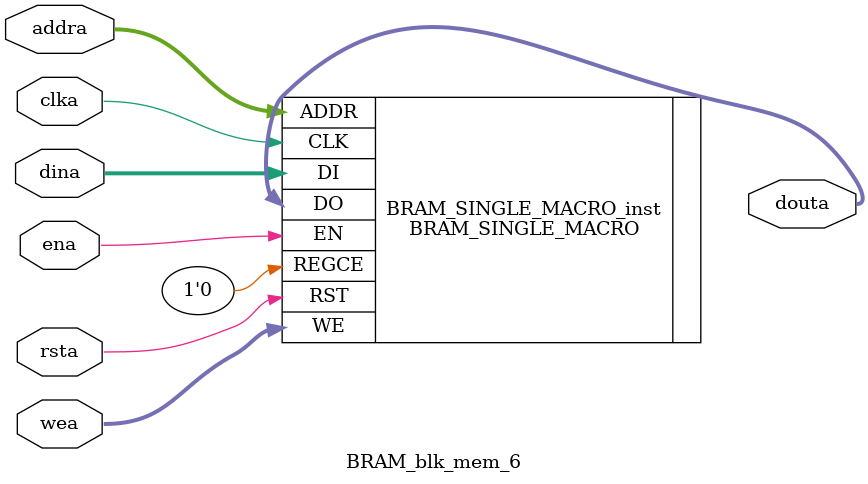
<source format=v>
`timescale 1ns/1ps

module BRAM_blk_mem_6 (
  clka,
  ena,
  wea,
  addra,
  dina,
  douta,
  rsta
);


input wire clka;

input wire ena;

input wire rsta;

input wire [1 : 0] wea;

input wire [9 : 0] addra;

input wire [15 : 0] dina;

output wire [15 : 0] douta;


// BRAM_SINGLE_MACRO : In order to incorporate this function into the design,
//   Verilog   : the following instance declaration needs to be placed
//  instance   : in the body of the design code.  The instance name
// declaration : (BRAM_SINGLE_MACRO_inst) and/or the port declarations within the
//    code     : parenthesis may be changed to properly reference and
//             : connect this function to the design.  All inputs
//             : and outputs must be connected.

//  <-----Cut code below this line---->

   // BRAM_SINGLE_MACRO: Single Port RAM
   //                    Artix-7
   // Xilinx HDL Language Template, version 2016.4
   
   /////////////////////////////////////////////////////////////////////
   //  READ_WIDTH | BRAM_SIZE | READ Depth  | ADDR Width |            //
   // WRITE_WIDTH |           | WRITE Depth |            |  WE Width  //
   // ============|===========|=============|============|============//
   //    37-72    |  "36Kb"   |      512    |    9-bit   |    8-bit   //
   //    19-36    |  "36Kb"   |     1024    |   10-bit   |    4-bit   //
   //    19-36    |  "18Kb"   |      512    |    9-bit   |    4-bit   //
   //    10-18    |  "36Kb"   |     2048    |   11-bit   |    2-bit   //
   //    10-18    |  "18Kb"   |     1024    |   10-bit   |    2-bit   //
   //     5-9     |  "36Kb"   |     4096    |   12-bit   |    1-bit   //
   //     5-9     |  "18Kb"   |     2048    |   11-bit   |    1-bit   //
   //     3-4     |  "36Kb"   |     8192    |   13-bit   |    1-bit   //
   //     3-4     |  "18Kb"   |     4096    |   12-bit   |    1-bit   //
   //       2     |  "36Kb"   |    16384    |   14-bit   |    1-bit   //
   //       2     |  "18Kb"   |     8192    |   13-bit   |    1-bit   //
   //       1     |  "36Kb"   |    32768    |   15-bit   |    1-bit   //
   //       1     |  "18Kb"   |    16384    |   14-bit   |    1-bit   //
   /////////////////////////////////////////////////////////////////////

   BRAM_SINGLE_MACRO #(
      .BRAM_SIZE("18Kb"), // Target BRAM, "18Kb" or "36Kb" 
      .DEVICE("7SERIES"), // Target Device: "7SERIES" 
      .DO_REG(0), // Optional output register (0 or 1)
      .INIT(36'h000000000), // Initial values on output port
      .INIT_FILE ("weight_6.mem"),
      .WRITE_WIDTH(16), // Valid values are 1-72 (37-72 only valid when BRAM_SIZE="36Kb")
      .READ_WIDTH(16),  // Valid values are 1-72 (37-72 only valid when BRAM_SIZE="36Kb")
      .SRVAL(36'h000000000), // Set/Reset value for port output
      .WRITE_MODE("WRITE_FIRST"), // "WRITE_FIRST", "READ_FIRST", or "NO_CHANGE" 
      .INIT_00(256'h0000000000000000000000000000000000000000000000000000000000000000),
      .INIT_01(256'h0000000000000000000000000000000000000000000000000000000000000000),
      .INIT_02(256'h0000000000000000000000000000000000000000000000000000000000000000),
      .INIT_03(256'h0000000000000000000000000000000000000000000000000000000000000000),
      .INIT_04(256'h0000000000000000000000000000000000000000000000000000000000000000),
      .INIT_05(256'h0000000000000000000000000000000000000000000000000000000000000000),
      .INIT_06(256'h0000000000000000000000000000000000000000000000000000000000000000),
      .INIT_07(256'h0000000000000000000000000000000000000000000000000000000000000000),
      .INIT_08(256'h0000000000000000000000000000000000000000000000000000000000000000),
      .INIT_09(256'h0000000000000000000000000000000000000000000000000000000000000000),
      .INIT_0A(256'h0000000000000000000000000000000000000000000000000000000000000000),
      .INIT_0B(256'h0000000000000000000000000000000000000000000000000000000000000000),
      .INIT_0C(256'h0000000000000000000000000000000000000000000000000000000000000000),
      .INIT_0D(256'h0000000000000000000000000000000000000000000000000000000000000000),
      .INIT_0E(256'h0000000000000000000000000000000000000000000000000000000000000000),
      .INIT_0F(256'h0000000000000000000000000000000000000000000000000000000000000000),
      .INIT_10(256'h0000000000000000000000000000000000000000000000000000000000000000),
      .INIT_11(256'h0000000000000000000000000000000000000000000000000000000000000000),
      .INIT_12(256'h0000000000000000000000000000000000000000000000000000000000000000),
      .INIT_13(256'h0000000000000000000000000000000000000000000000000000000000000000),
      .INIT_14(256'h0000000000000000000000000000000000000000000000000000000000000000),
      .INIT_15(256'h0000000000000000000000000000000000000000000000000000000000000000),
      .INIT_16(256'h0000000000000000000000000000000000000000000000000000000000000000),
      .INIT_17(256'h0000000000000000000000000000000000000000000000000000000000000000),
      .INIT_18(256'h0000000000000000000000000000000000000000000000000000000000000000),
      .INIT_19(256'h0000000000000000000000000000000000000000000000000000000000000000),
      .INIT_1A(256'h0000000000000000000000000000000000000000000000000000000000000000),
      .INIT_1B(256'h0000000000000000000000000000000000000000000000000000000000000000),
      .INIT_1C(256'h0000000000000000000000000000000000000000000000000000000000000000),
      .INIT_1D(256'h0000000000000000000000000000000000000000000000000000000000000000),
      .INIT_1E(256'h0000000000000000000000000000000000000000000000000000000000000000),
      .INIT_1F(256'h0000000000000000000000000000000000000000000000000000000000000000),
      .INIT_20(256'h0000000000000000000000000000000000000000000000000000000000000000),
      .INIT_21(256'h0000000000000000000000000000000000000000000000000000000000000000),
      .INIT_22(256'h0000000000000000000000000000000000000000000000000000000000000000),
      .INIT_23(256'h0000000000000000000000000000000000000000000000000000000000000000),
      .INIT_24(256'h0000000000000000000000000000000000000000000000000000000000000000),
      .INIT_25(256'h0000000000000000000000000000000000000000000000000000000000000000),
      .INIT_26(256'h0000000000000000000000000000000000000000000000000000000000000000),
      .INIT_27(256'h0000000000000000000000000000000000000000000000000000000000000000),
      .INIT_28(256'h0000000000000000000000000000000000000000000000000000000000000000),
      .INIT_29(256'h0000000000000000000000000000000000000000000000000000000000000000),
      .INIT_2A(256'h0000000000000000000000000000000000000000000000000000000000000000),
      .INIT_2B(256'h0000000000000000000000000000000000000000000000000000000000000000),
      .INIT_2C(256'h0000000000000000000000000000000000000000000000000000000000000000),
      .INIT_2D(256'h0000000000000000000000000000000000000000000000000000000000000000),
      .INIT_2E(256'h0000000000000000000000000000000000000000000000000000000000000000),
      .INIT_2F(256'h0000000000000000000000000000000000000000000000000000000000000000),
      .INIT_30(256'h0000000000000000000000000000000000000000000000000000000000000000),
      .INIT_31(256'h0000000000000000000000000000000000000000000000000000000000000000),
      .INIT_32(256'h0000000000000000000000000000000000000000000000000000000000000000),
      .INIT_33(256'h0000000000000000000000000000000000000000000000000000000000000000),
      .INIT_34(256'h0000000000000000000000000000000000000000000000000000000000000000),
      .INIT_35(256'h0000000000000000000000000000000000000000000000000000000000000000),
      .INIT_36(256'h0000000000000000000000000000000000000000000000000000000000000000),
      .INIT_37(256'h0000000000000000000000000000000000000000000000000000000000000000),
      .INIT_38(256'h0000000000000000000000000000000000000000000000000000000000000000),
      .INIT_39(256'h0000000000000000000000000000000000000000000000000000000000000000),
      .INIT_3A(256'h0000000000000000000000000000000000000000000000000000000000000000),
      .INIT_3B(256'h0000000000000000000000000000000000000000000000000000000000000000),
      .INIT_3C(256'h0000000000000000000000000000000000000000000000000000000000000000),
      .INIT_3D(256'h0000000000000000000000000000000000000000000000000000000000000000),
      .INIT_3E(256'h0000000000000000000000000000000000000000000000000000000000000000),
      .INIT_3F(256'h0000000000000000000000000000000000000000000000000000000000000000),
      
      // The next set of INIT_xx are valid when configured as 36Kb
      .INIT_40(256'h0000000000000000000000000000000000000000000000000000000000000000),
      .INIT_41(256'h0000000000000000000000000000000000000000000000000000000000000000),
      .INIT_42(256'h0000000000000000000000000000000000000000000000000000000000000000),
      .INIT_43(256'h0000000000000000000000000000000000000000000000000000000000000000),
      .INIT_44(256'h0000000000000000000000000000000000000000000000000000000000000000),
      .INIT_45(256'h0000000000000000000000000000000000000000000000000000000000000000),
      .INIT_46(256'h0000000000000000000000000000000000000000000000000000000000000000),
      .INIT_47(256'h0000000000000000000000000000000000000000000000000000000000000000),
      .INIT_48(256'h0000000000000000000000000000000000000000000000000000000000000000),
      .INIT_49(256'h0000000000000000000000000000000000000000000000000000000000000000),
      .INIT_4A(256'h0000000000000000000000000000000000000000000000000000000000000000),
      .INIT_4B(256'h0000000000000000000000000000000000000000000000000000000000000000),
      .INIT_4C(256'h0000000000000000000000000000000000000000000000000000000000000000),
      .INIT_4D(256'h0000000000000000000000000000000000000000000000000000000000000000),
      .INIT_4E(256'h0000000000000000000000000000000000000000000000000000000000000000),
      .INIT_4F(256'h0000000000000000000000000000000000000000000000000000000000000000),
      .INIT_50(256'h0000000000000000000000000000000000000000000000000000000000000000),
      .INIT_51(256'h0000000000000000000000000000000000000000000000000000000000000000),
      .INIT_52(256'h0000000000000000000000000000000000000000000000000000000000000000),
      .INIT_53(256'h0000000000000000000000000000000000000000000000000000000000000000),
      .INIT_54(256'h0000000000000000000000000000000000000000000000000000000000000000),
      .INIT_55(256'h0000000000000000000000000000000000000000000000000000000000000000),
      .INIT_56(256'h0000000000000000000000000000000000000000000000000000000000000000),
      .INIT_57(256'h0000000000000000000000000000000000000000000000000000000000000000),
      .INIT_58(256'h0000000000000000000000000000000000000000000000000000000000000000),
      .INIT_59(256'h0000000000000000000000000000000000000000000000000000000000000000),
      .INIT_5A(256'h0000000000000000000000000000000000000000000000000000000000000000),
      .INIT_5B(256'h0000000000000000000000000000000000000000000000000000000000000000),
      .INIT_5C(256'h0000000000000000000000000000000000000000000000000000000000000000),
      .INIT_5D(256'h0000000000000000000000000000000000000000000000000000000000000000),
      .INIT_5E(256'h0000000000000000000000000000000000000000000000000000000000000000),
      .INIT_5F(256'h0000000000000000000000000000000000000000000000000000000000000000),
      .INIT_60(256'h0000000000000000000000000000000000000000000000000000000000000000),
      .INIT_61(256'h0000000000000000000000000000000000000000000000000000000000000000),
      .INIT_62(256'h0000000000000000000000000000000000000000000000000000000000000000),
      .INIT_63(256'h0000000000000000000000000000000000000000000000000000000000000000),
      .INIT_64(256'h0000000000000000000000000000000000000000000000000000000000000000),
      .INIT_65(256'h0000000000000000000000000000000000000000000000000000000000000000),
      .INIT_66(256'h0000000000000000000000000000000000000000000000000000000000000000),
      .INIT_67(256'h0000000000000000000000000000000000000000000000000000000000000000),
      .INIT_68(256'h0000000000000000000000000000000000000000000000000000000000000000),
      .INIT_69(256'h0000000000000000000000000000000000000000000000000000000000000000),
      .INIT_6A(256'h0000000000000000000000000000000000000000000000000000000000000000),
      .INIT_6B(256'h0000000000000000000000000000000000000000000000000000000000000000),
      .INIT_6C(256'h0000000000000000000000000000000000000000000000000000000000000000),
      .INIT_6D(256'h0000000000000000000000000000000000000000000000000000000000000000),
      .INIT_6E(256'h0000000000000000000000000000000000000000000000000000000000000000),
      .INIT_6F(256'h0000000000000000000000000000000000000000000000000000000000000000),
      .INIT_70(256'h0000000000000000000000000000000000000000000000000000000000000000),
      .INIT_71(256'h0000000000000000000000000000000000000000000000000000000000000000),
      .INIT_72(256'h0000000000000000000000000000000000000000000000000000000000000000),
      .INIT_73(256'h0000000000000000000000000000000000000000000000000000000000000000),
      .INIT_74(256'h0000000000000000000000000000000000000000000000000000000000000000),
      .INIT_75(256'h0000000000000000000000000000000000000000000000000000000000000000),
      .INIT_76(256'h0000000000000000000000000000000000000000000000000000000000000000),
      .INIT_77(256'h0000000000000000000000000000000000000000000000000000000000000000),
      .INIT_78(256'h0000000000000000000000000000000000000000000000000000000000000000),
      .INIT_79(256'h0000000000000000000000000000000000000000000000000000000000000000),
      .INIT_7A(256'h0000000000000000000000000000000000000000000000000000000000000000),
      .INIT_7B(256'h0000000000000000000000000000000000000000000000000000000000000000),
      .INIT_7C(256'h0000000000000000000000000000000000000000000000000000000000000000),
      .INIT_7D(256'h0000000000000000000000000000000000000000000000000000000000000000),
      .INIT_7E(256'h0000000000000000000000000000000000000000000000000000000000000000),
      .INIT_7F(256'h0000000000000000000000000000000000000000000000000000000000000000),
      
      // The next set of INITP_xx are for the parity bits
      .INITP_00(256'h0000000000000000000000000000000000000000000000000000000000000000),
      .INITP_01(256'h0000000000000000000000000000000000000000000000000000000000000000),
      .INITP_02(256'h0000000000000000000000000000000000000000000000000000000000000000),
      .INITP_03(256'h0000000000000000000000000000000000000000000000000000000000000000),
      .INITP_04(256'h0000000000000000000000000000000000000000000000000000000000000000),
      .INITP_05(256'h0000000000000000000000000000000000000000000000000000000000000000),
      .INITP_06(256'h0000000000000000000000000000000000000000000000000000000000000000),
      .INITP_07(256'h0000000000000000000000000000000000000000000000000000000000000000),
      
      // The next set of INIT_xx are valid when configured as 36Kb
      .INITP_08(256'h0000000000000000000000000000000000000000000000000000000000000000),
      .INITP_09(256'h0000000000000000000000000000000000000000000000000000000000000000),
      .INITP_0A(256'h0000000000000000000000000000000000000000000000000000000000000000),
      .INITP_0B(256'h0000000000000000000000000000000000000000000000000000000000000000),
      .INITP_0C(256'h0000000000000000000000000000000000000000000000000000000000000000),
      .INITP_0D(256'h0000000000000000000000000000000000000000000000000000000000000000),
      .INITP_0E(256'h0000000000000000000000000000000000000000000000000000000000000000),
      .INITP_0F(256'h0000000000000000000000000000000000000000000000000000000000000000)
   ) BRAM_SINGLE_MACRO_inst (
      .DO(douta),       // Output data, width defined by READ_WIDTH parameter
      .ADDR(addra),   // Input address, width defined by read/write port depth
      .CLK(clka),     // 1-bit input clock
      .DI(dina),       // Input data port, width defined by WRITE_WIDTH parameter
      .EN(ena),       // 1-bit input RAM enable
      .REGCE(1'D0), // 1-bit input output register enable
      .RST(rsta),     // 1-bit input reset
      .WE(wea)        // Input write enable, width defined by write port depth
   );

   // End of BRAM_SINGLE_MACRO_inst instantiation
				
				
				
  
endmodule

</source>
